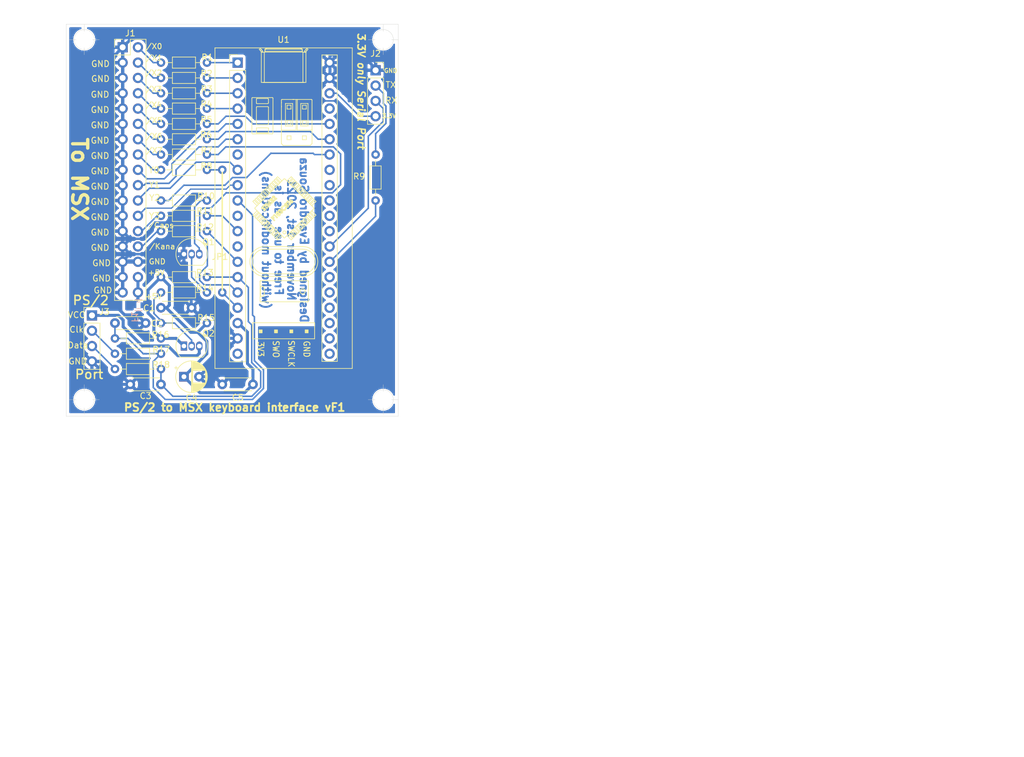
<source format=kicad_pcb>
(kicad_pcb (version 20171130) (host pcbnew 5.99.0+really5.1.12+dfsg1-1)
  (layers (0 F.Cu jumper hide) (31 B.Cu mixed) (34 B.Paste user) (35 F.Paste user hide) (36 B.SilkS user) (37 F.SilkS user) (38 B.Mask user) (39 F.Mask user hide) (44 Edge.Cuts user))
  (net 0 "")
  (net 1 GNDD)
  (net 2 +5VD)
  (net 3 /X0)
  (net 4 /X1)
  (net 5 /X2)
  (net 6 /X3)
  (net 7 /X4)
  (net 8 /X5)
  (net 9 /X6)
  (net 10 /X7)
  (net 11 /PS2DataPin)
  (net 12 /PS2ClkPin)
  (net 13 /+5V_PS2_Keyboard)
  (net 14 /3.3V_Serial_RX)
  (net 15 /3.3V_Serial_TX)
  (net 16 "Net-(Q1-Pad2)")
  (net 17 "Net-(Q2-Pad2)")
  (net 18 "Net-(U1-Pad20)")
  (net 19 "Net-(U1-Pad37)")
  (net 20 "Net-(U1-Pad13)")
  (net 21 "Net-(U1-Pad32)")
  (net 22 "Net-(U1-Pad31)")
  (net 23 "Net-(U1-Pad30)")
  (net 24 "Net-(U1-Pad29)")
  (net 25 "Net-(U1-Pad26)")
  (net 26 "Net-(U1-Pad25)")
  (net 27 "Net-(U1-Pad24)")
  (net 28 "Net-(U1-Pad23)")
  (net 29 "Net-(U1-Pad22)")
  (net 30 "Net-(U1-Pad21)")
  (net 31 /Y1)
  (net 32 /Y0)
  (net 33 /CapsLed)
  (net 34 /KanaLed)
  (net 35 /Y3)
  (net 36 /Y2)
  (net 37 /PS2Clk)
  (net 38 /PS2Data)
  (net 39 /KanaL)
  (net 40 /CapsL)
  (net 41 "Net-(U1-Pad11)")
  (net 42 /X6')
  (net 43 /X7')
  (net 44 "Net-(R9-Pad2)")
  (net 45 "Net-(R10-Pad2)")
  (net 46 "Net-(JP1-Pad1)")
  (net 47 /X0')
  (net 48 /X1')
  (net 49 /X2')
  (net 50 /X3')
  (net 51 /X4')
  (net 52 /X5')
  (net 53 "Net-(Q1-Pad3)")
  (net 54 +3V3)
  (net 55 "Net-(F1-Pad2)")
  (net 56 "Net-(U1-Pad7)")
  (net 57 "Net-(U1-Pad33)")
  (module Capacitor_THT:CP_Radial_D5.0mm_P2.50mm (layer F.Cu) (at 143.51 130.81)
    (fp_text reference C4 (at 1.27508 3.48742) (layer F.SilkS))
    (fp_text value "47uF x 10V")
    (pad 2 thru_hole circle (at 2.5 0) (size 1.6 1.6) (drill 0.8) (layers *.Cu *.Mask) (net 1 GNDD))
    (pad 1 thru_hole rect (at 0 0) (size 1.6 1.6) (drill 0.8) (layers *.Cu *.Mask) (net 2 +5VD))
  )
  (module BlueBlackPill:Fuse_1206_0603_3216Metric_Pad1.42x1.75mm_HandSolder (layer B.Cu) (at 135.97382 118.96598 180)
    (fp_text reference F1 (at 0.65786 -1.91516 270 unlocked) (layer B.SilkS) (effects (justify mirror)))
    (fp_text value "Poly Fuse 300mA SMD 0603 or 1206")
    (pad 2 smd rect (at 0.57404 -0.00254 180) (size 0.45 0.95) (layers B.Cu B.Paste B.Mask) (net 55 "Net-(F1-Pad2)"))
    (pad 1 smd rect (at -0.5715 -0.00254 180) (size 0.45 0.95) (layers B.Cu B.Paste B.Mask) (net 2 +5VD))
    (pad 2 smd roundrect (at 1.4875 0 180) (size 1.425 1.75) (layers B.Cu B.Paste B.Mask) (roundrect_rratio 0.1754385964912281) (net 55 "Net-(F1-Pad2)"))
    (pad 1 smd roundrect (at -1.4875 0 180) (size 1.425 1.75) (layers B.Cu B.Paste B.Mask) (roundrect_rratio 0.1754385964912281) (net 2 +5VD))
  )
  (module Resistor_THT:R_Axial_DIN0204_L3.6mm_D1.6mm_P7.62mm_Horizontal (layer F.Cu) (at 147.32 121.92 180)
    (fp_text reference R15 (at 0.14224 0.88646) (layer F.SilkS))
    (fp_text value 150K)
    (pad 2 thru_hole oval (at 7.62 0 180) (size 1.4 1.4) (drill 0.7) (layers *.Cu *.Mask) (net 17 "Net-(Q2-Pad2)"))
    (pad 1 thru_hole circle (at 0 0 180) (size 1.4 1.4) (drill 0.7) (layers *.Cu *.Mask) (net 2 +5VD))
  )
  (module Resistor_THT:R_Axial_DIN0204_L3.6mm_D1.6mm_P7.62mm_Horizontal (layer F.Cu) (at 139.7 116.84)
    (fp_text reference R14 (at 7.2771 -0.71628) (layer F.SilkS))
    (fp_text value 33K)
    (pad 2 thru_hole oval (at 7.62 0) (size 1.4 1.4) (drill 0.7) (layers *.Cu *.Mask) (net 16 "Net-(Q1-Pad2)"))
    (pad 1 thru_hole circle (at 0 0) (size 1.4 1.4) (drill 0.7) (layers *.Cu *.Mask) (net 17 "Net-(Q2-Pad2)"))
  )
  (module Connector_PinHeader_2.54mm:PinHeader_2x17_P2.54mm_Vertical (layer F.Cu) (at 133.35 76.2)
    (fp_text reference J1 (at 1.27 -2.33) (layer F.SilkS))
    (fp_text value Conn_02x17_Odd_Even)
    (pad 34 thru_hole oval (at 2.54 40.64) (size 1.7 1.7) (drill 1) (layers *.Cu *.Mask) (net 55 "Net-(F1-Pad2)"))
    (pad 33 thru_hole oval (at 0 40.64) (size 1.7 1.7) (drill 1) (layers *.Cu *.Mask) (net 1 GNDD))
    (pad 32 thru_hole oval (at 2.54 38.1) (size 1.7 1.7) (drill 1) (layers *.Cu *.Mask) (net 55 "Net-(F1-Pad2)"))
    (pad 31 thru_hole oval (at 0 38.1) (size 1.7 1.7) (drill 1) (layers *.Cu *.Mask) (net 1 GNDD))
    (pad 30 thru_hole oval (at 2.54 35.56) (size 1.7 1.7) (drill 1) (layers *.Cu *.Mask) (net 1 GNDD))
    (pad 29 thru_hole oval (at 0 35.56) (size 1.7 1.7) (drill 1) (layers *.Cu *.Mask) (net 1 GNDD))
    (pad 28 thru_hole oval (at 2.54 33.02) (size 1.7 1.7) (drill 1) (layers *.Cu *.Mask) (net 34 /KanaLed))
    (pad 27 thru_hole oval (at 0 33.02) (size 1.7 1.7) (drill 1) (layers *.Cu *.Mask) (net 1 GNDD))
    (pad 26 thru_hole oval (at 2.54 30.48) (size 1.7 1.7) (drill 1) (layers *.Cu *.Mask) (net 33 /CapsLed))
    (pad 25 thru_hole oval (at 0 30.48) (size 1.7 1.7) (drill 1) (layers *.Cu *.Mask) (net 1 GNDD))
    (pad 24 thru_hole oval (at 2.54 27.94) (size 1.7 1.7) (drill 1) (layers *.Cu *.Mask) (net 35 /Y3))
    (pad 23 thru_hole oval (at 0 27.94) (size 1.7 1.7) (drill 1) (layers *.Cu *.Mask) (net 1 GNDD))
    (pad 22 thru_hole oval (at 2.54 25.4) (size 1.7 1.7) (drill 1) (layers *.Cu *.Mask) (net 36 /Y2))
    (pad 21 thru_hole oval (at 0 25.4) (size 1.7 1.7) (drill 1) (layers *.Cu *.Mask) (net 1 GNDD))
    (pad 20 thru_hole oval (at 2.54 22.86) (size 1.7 1.7) (drill 1) (layers *.Cu *.Mask) (net 31 /Y1))
    (pad 19 thru_hole oval (at 0 22.86) (size 1.7 1.7) (drill 1) (layers *.Cu *.Mask) (net 1 GNDD))
    (pad 18 thru_hole oval (at 2.54 20.32) (size 1.7 1.7) (drill 1) (layers *.Cu *.Mask) (net 32 /Y0))
    (pad 17 thru_hole oval (at 0 20.32) (size 1.7 1.7) (drill 1) (layers *.Cu *.Mask) (net 1 GNDD))
    (pad 16 thru_hole oval (at 2.54 17.78) (size 1.7 1.7) (drill 1) (layers *.Cu *.Mask) (net 10 /X7))
    (pad 15 thru_hole oval (at 0 17.78) (size 1.7 1.7) (drill 1) (layers *.Cu *.Mask) (net 1 GNDD))
    (pad 14 thru_hole oval (at 2.54 15.24) (size 1.7 1.7) (drill 1) (layers *.Cu *.Mask) (net 9 /X6))
    (pad 13 thru_hole oval (at 0 15.24) (size 1.7 1.7) (drill 1) (layers *.Cu *.Mask) (net 1 GNDD))
    (pad 12 thru_hole oval (at 2.54 12.7) (size 1.7 1.7) (drill 1) (layers *.Cu *.Mask) (net 8 /X5))
    (pad 11 thru_hole oval (at 0 12.7) (size 1.7 1.7) (drill 1) (layers *.Cu *.Mask) (net 1 GNDD))
    (pad 10 thru_hole oval (at 2.54 10.16) (size 1.7 1.7) (drill 1) (layers *.Cu *.Mask) (net 7 /X4))
    (pad 9 thru_hole oval (at 0 10.16) (size 1.7 1.7) (drill 1) (layers *.Cu *.Mask) (net 1 GNDD))
    (pad 8 thru_hole oval (at 2.54 7.62) (size 1.7 1.7) (drill 1) (layers *.Cu *.Mask) (net 6 /X3))
    (pad 7 thru_hole oval (at 0 7.62) (size 1.7 1.7) (drill 1) (layers *.Cu *.Mask) (net 1 GNDD))
    (pad 6 thru_hole oval (at 2.54 5.08) (size 1.7 1.7) (drill 1) (layers *.Cu *.Mask) (net 5 /X2))
    (pad 5 thru_hole oval (at 0 5.08) (size 1.7 1.7) (drill 1) (layers *.Cu *.Mask) (net 1 GNDD))
    (pad 4 thru_hole oval (at 2.54 2.54) (size 1.7 1.7) (drill 1) (layers *.Cu *.Mask) (net 4 /X1))
    (pad 3 thru_hole oval (at 0 2.54) (size 1.7 1.7) (drill 1) (layers *.Cu *.Mask) (net 1 GNDD))
    (pad 2 thru_hole oval (at 2.54 0) (size 1.7 1.7) (drill 1) (layers *.Cu *.Mask) (net 3 /X0))
    (pad 1 thru_hole rect (at 0 0) (size 1.7 1.7) (drill 1) (layers *.Cu *.Mask) (net 1 GNDD))
  )
  (module BlueBlackPill:BluePill_1 (layer F.Cu) (at 152.4 78.74)
    (fp_text reference U1 (at 7.62 -3.81) (layer F.SilkS))
    (fp_text value "STM32F103C6T6 BluePill" hide)
    (fp_text user GND (at 11.43 47.498 270 unlocked) (layer F.SilkS) (effects (font (size 1 0.9))))
    (fp_text user SWCLK (at 8.89 48.26 270 unlocked) (layer F.SilkS) (effects (font (size 1 0.9))))
    (fp_text user SWO (at 6.35 47.498 270 unlocked) (layer F.SilkS) (effects (font (size 1 0.9))))
    (fp_text user 3V3 (at 3.81 47.498 270 unlocked) (layer F.SilkS) (effects (font (size 1 0.9))))
    (pad 20 thru_hole circle (at 0 48.26) (size 1.7 1.7) (drill 1) (layers *.Cu *.Mask) (net 18 "Net-(U1-Pad20)"))
    (pad 21 thru_hole circle (at 15.24 48.26) (size 1.7 1.7) (drill 1) (layers *.Cu *.Mask) (net 30 "Net-(U1-Pad21)"))
    (pad 19 thru_hole circle (at 0 45.72) (size 1.7 1.7) (drill 1) (layers *.Cu *.Mask) (net 1 GNDD))
    (pad 22 thru_hole circle (at 15.24 45.72) (size 1.7 1.7) (drill 1) (layers *.Cu *.Mask) (net 29 "Net-(U1-Pad22)"))
    (pad 18 thru_hole circle (at 0 43.18) (size 1.7 1.7) (drill 1) (layers *.Cu *.Mask) (net 2 +5VD))
    (pad 23 thru_hole circle (at 15.24 43.18) (size 1.7 1.7) (drill 1) (layers *.Cu *.Mask) (net 28 "Net-(U1-Pad23)"))
    (pad 17 thru_hole circle (at 0 40.64) (size 1.7 1.7) (drill 1) (layers *.Cu *.Mask) (net 43 /X7'))
    (pad 24 thru_hole circle (at 15.24 40.64) (size 1.7 1.7) (drill 1) (layers *.Cu *.Mask) (net 27 "Net-(U1-Pad24)"))
    (pad 16 thru_hole circle (at 0 38.1) (size 1.7 1.7) (drill 1) (layers *.Cu *.Mask) (net 42 /X6'))
    (pad 25 thru_hole circle (at 15.24 38.1) (size 1.7 1.7) (drill 1) (layers *.Cu *.Mask) (net 26 "Net-(U1-Pad25)"))
    (pad 15 thru_hole circle (at 0 35.56) (size 1.7 1.7) (drill 1) (layers *.Cu *.Mask) (net 38 /PS2Data))
    (pad 26 thru_hole circle (at 15.24 35.56) (size 1.7 1.7) (drill 1) (layers *.Cu *.Mask) (net 25 "Net-(U1-Pad26)"))
    (pad 14 thru_hole circle (at 0 33.02) (size 1.7 1.7) (drill 1) (layers *.Cu *.Mask) (net 39 /KanaL))
    (pad 27 thru_hole circle (at 15.24 33.02) (size 1.7 1.7) (drill 1) (layers *.Cu *.Mask) (net 44 "Net-(R9-Pad2)"))
    (pad 13 thru_hole circle (at 0 30.48) (size 1.7 1.7) (drill 1) (layers *.Cu *.Mask) (net 20 "Net-(U1-Pad13)"))
    (pad 28 thru_hole circle (at 15.24 30.48) (size 1.7 1.7) (drill 1) (layers *.Cu *.Mask) (net 14 /3.3V_Serial_RX))
    (pad 12 thru_hole circle (at 0 27.94) (size 1.7 1.7) (drill 1) (layers *.Cu *.Mask) (net 40 /CapsL))
    (pad 29 thru_hole circle (at 15.24 27.94) (size 1.7 1.7) (drill 1) (layers *.Cu *.Mask) (net 24 "Net-(U1-Pad29)"))
    (pad 11 thru_hole circle (at 0 25.4) (size 1.7 1.7) (drill 1) (layers *.Cu *.Mask) (net 41 "Net-(U1-Pad11)"))
    (pad 30 thru_hole circle (at 15.24 25.4) (size 1.7 1.7) (drill 1) (layers *.Cu *.Mask) (net 23 "Net-(U1-Pad30)"))
    (pad 10 thru_hole circle (at 0 22.86) (size 1.7 1.7) (drill 1) (layers *.Cu *.Mask) (net 37 /PS2Clk))
    (pad 31 thru_hole circle (at 15.24 22.86) (size 1.7 1.7) (drill 1) (layers *.Cu *.Mask) (net 22 "Net-(U1-Pad31)"))
    (pad 9 thru_hole circle (at 0 20.32) (size 1.7 1.7) (drill 1) (layers *.Cu *.Mask) (net 35 /Y3))
    (pad 32 thru_hole circle (at 15.24 20.32) (size 1.7 1.7) (drill 1) (layers *.Cu *.Mask) (net 21 "Net-(U1-Pad32)"))
    (pad 8 thru_hole circle (at 0 17.78) (size 1.7 1.7) (drill 1) (layers *.Cu *.Mask) (net 36 /Y2))
    (pad 33 thru_hole circle (at 15.24 17.78) (size 1.7 1.7) (drill 1) (layers *.Cu *.Mask) (net 57 "Net-(U1-Pad33)"))
    (pad 7 thru_hole circle (at 0 15.24) (size 1.7 1.7) (drill 1) (layers *.Cu *.Mask) (net 56 "Net-(U1-Pad7)"))
    (pad 34 thru_hole circle (at 15.24 15.24) (size 1.7 1.7) (drill 1) (layers *.Cu *.Mask) (net 45 "Net-(R10-Pad2)"))
    (pad 6 thru_hole circle (at 0 12.7) (size 1.7 1.7) (drill 1) (layers *.Cu *.Mask) (net 31 /Y1))
    (pad 35 thru_hole circle (at 15.24 12.7) (size 1.7 1.7) (drill 1) (layers *.Cu *.Mask) (net 52 /X5'))
    (pad 5 thru_hole circle (at 0 10.16) (size 1.7 1.7) (drill 1) (layers *.Cu *.Mask) (net 32 /Y0))
    (pad 36 thru_hole circle (at 15.24 10.16) (size 1.7 1.7) (drill 1) (layers *.Cu *.Mask) (net 51 /X4'))
    (pad 4 thru_hole circle (at 0 7.62) (size 1.7 1.7) (drill 1) (layers *.Cu *.Mask) (net 50 /X3'))
    (pad 37 thru_hole circle (at 15.24 7.62) (size 1.7 1.7) (drill 1) (layers *.Cu *.Mask) (net 19 "Net-(U1-Pad37)"))
    (pad 3 thru_hole circle (at 0 5.08) (size 1.7 1.7) (drill 1) (layers *.Cu *.Mask) (net 49 /X2'))
    (pad 38 thru_hole circle (at 15.24 5.08) (size 1.7 1.7) (drill 1) (layers *.Cu *.Mask) (net 54 +3V3))
    (pad 2 thru_hole circle (at 0 2.54) (size 1.7 1.7) (drill 1) (layers *.Cu *.Mask) (net 48 /X1'))
    (pad 39 thru_hole circle (at 15.24 2.54) (size 1.7 1.7) (drill 1) (layers *.Cu *.Mask) (net 1 GNDD))
    (pad 1 thru_hole rect (at 0 0) (size 1.7 1.7) (drill 1) (layers *.Cu *.Mask) (net 47 /X0'))
    (pad 40 thru_hole circle (at 15.24 0) (size 1.7 1.7) (drill 1) (layers *.Cu *.Mask) (net 1 GNDD))
  )
  (module Package_TO_SOT_THT:TO-92_Inline (layer F.Cu) (at 143.51 125.73)
    (fp_text reference Q2 (at 4.0767 -2.10312) (layer F.SilkS))
    (fp_text value 2N2907)
    (pad 1 thru_hole rect (at 0 0) (size 1.05 1.5) (drill 0.75) (layers *.Cu *.Mask) (net 2 +5VD))
    (pad 3 thru_hole oval (at 2.54 0) (size 1.05 1.5) (drill 0.75) (layers *.Cu *.Mask) (net 13 /+5V_PS2_Keyboard))
    (pad 2 thru_hole oval (at 1.27 0) (size 1.05 1.5) (drill 0.75) (layers *.Cu *.Mask) (net 17 "Net-(Q2-Pad2)"))
  )
  (module Package_TO_SOT_THT:TO-92_Inline (layer F.Cu) (at 143.51 110.49)
    (fp_text reference Q1 (at 4.0767 -2.01168) (layer F.SilkS))
    (fp_text value 2SC1815)
    (pad 1 thru_hole rect (at 0 0) (size 1.05 1.5) (drill 0.75) (layers *.Cu *.Mask) (net 1 GNDD))
    (pad 3 thru_hole oval (at 2.54 0) (size 1.05 1.5) (drill 0.75) (layers *.Cu *.Mask) (net 53 "Net-(Q1-Pad3)"))
    (pad 2 thru_hole oval (at 1.27 0) (size 1.05 1.5) (drill 0.75) (layers *.Cu *.Mask) (net 16 "Net-(Q1-Pad2)"))
  )
  (module Kicad:SolderWire-0.25sqmm_1x01_D0.65mm_OD1.7mm_Relief.kicad_SM2000 (layer F.Cu) (at 149.86 96.52)
    (fp_text reference JP1 (at -0.38354 14.4018) (layer F.SilkS))
    (fp_text value .01 hide)
    (pad 1 thru_hole circle (at 0 0) (size 1.4 1.4) (drill 0.7) (layers *.Cu *.Mask) (net 46 "Net-(JP1-Pad1)"))
    (pad 2 thru_hole circle (at 0 20.32) (size 1.4 1.4) (drill 0.7) (layers *.Cu *.Mask) (net 43 /X7'))
  )
  (module Connector_PinSocket_2.54mm:PinSocket_1x04_P2.54mm_Vertical (layer F.Cu) (at 175.26 80.01)
    (fp_text reference J2 (at 0 -2.77) (layer F.SilkS))
    (fp_text value Conn_01x04)
    (pad 4 thru_hole oval (at 0 7.62) (size 1.7 1.7) (drill 1) (layers *.Cu *.Mask) (net 54 +3V3))
    (pad 3 thru_hole oval (at 0 5.08) (size 1.7 1.7) (drill 1) (layers *.Cu *.Mask) (net 14 /3.3V_Serial_RX))
    (pad 2 thru_hole oval (at 0 2.54) (size 1.7 1.7) (drill 1) (layers *.Cu *.Mask) (net 15 /3.3V_Serial_TX))
    (pad 1 thru_hole rect (at 0 0) (size 1.7 1.7) (drill 1) (layers *.Cu *.Mask) (net 1 GNDD))
  )
  (module Capacitor_THT:C_Disc_D4.3mm_W1.9mm_P5.00mm (layer F.Cu) (at 139.7 119.38)
    (fp_text reference C1 (at -1.95834 0.0635) (layer F.SilkS))
    (fp_text value 100nF)
    (pad 2 thru_hole circle (at 5.08 0) (size 1.6 1.6) (drill 0.8) (layers *.Cu *.Mask) (net 1 GNDD))
    (pad 1 thru_hole circle (at 0 0) (size 1.6 1.6) (drill 0.8) (layers *.Cu *.Mask) (net 2 +5VD))
  )
  (module Capacitor_THT:C_Disc_D4.3mm_W1.9mm_P5.00mm (layer F.Cu) (at 154.94 132.08 180)
    (fp_text reference C5 (at 2.5 -2.2) (layer F.SilkS))
    (fp_text value 100nF)
    (pad 2 thru_hole circle (at 5.08 0 180) (size 1.6 1.6) (drill 0.8) (layers *.Cu *.Mask) (net 1 GNDD))
    (pad 1 thru_hole circle (at 0 0 180) (size 1.6 1.6) (drill 0.8) (layers *.Cu *.Mask) (net 2 +5VD))
  )
  (module Capacitor_THT:C_Disc_D4.3mm_W1.9mm_P5.00mm (layer F.Cu) (at 139.7 132.08 180)
    (fp_text reference C3 (at 2.54 -1.905) (layer F.SilkS))
    (fp_text value 220pF)
    (pad 2 thru_hole circle (at 5.08 0 180) (size 1.6 1.6) (drill 0.8) (layers *.Cu *.Mask) (net 1 GNDD))
    (pad 1 thru_hole circle (at 0 0 180) (size 1.6 1.6) (drill 0.8) (layers *.Cu *.Mask) (net 38 /PS2Data))
  )
  (module Capacitor_THT:C_Disc_D4.3mm_W1.9mm_P5.00mm (layer F.Cu) (at 132.08 121.92)
    (fp_text reference C2 (at 6.93928 0.06096) (layer F.SilkS))
    (fp_text value 220pF)
    (pad 2 thru_hole circle (at 5.08 0) (size 1.6 1.6) (drill 0.8) (layers *.Cu *.Mask) (net 1 GNDD))
    (pad 1 thru_hole circle (at 0 0) (size 1.6 1.6) (drill 0.8) (layers *.Cu *.Mask) (net 37 /PS2Clk))
  )
  (module Resistor_THT:R_Axial_DIN0204_L3.6mm_D1.6mm_P7.62mm_Horizontal (layer F.Cu) (at 139.7 96.52)
    (fp_text reference R8 (at 7.53364 -0.63246) (layer F.SilkS))
    (fp_text value 22R)
    (pad 2 thru_hole oval (at 7.62 0) (size 1.4 1.4) (drill 0.7) (layers *.Cu *.Mask) (net 46 "Net-(JP1-Pad1)"))
    (pad 1 thru_hole circle (at 0 0) (size 1.4 1.4) (drill 0.7) (layers *.Cu *.Mask) (net 10 /X7))
  )
  (module Resistor_THT:R_Axial_DIN0204_L3.6mm_D1.6mm_P7.62mm_Horizontal (layer F.Cu) (at 139.7 93.98)
    (fp_text reference R7 (at 7.57174 -0.69342) (layer F.SilkS))
    (fp_text value 22R)
    (pad 2 thru_hole oval (at 7.62 0) (size 1.4 1.4) (drill 0.7) (layers *.Cu *.Mask) (net 42 /X6'))
    (pad 1 thru_hole circle (at 0 0) (size 1.4 1.4) (drill 0.7) (layers *.Cu *.Mask) (net 9 /X6))
  )
  (module Resistor_THT:R_Axial_DIN0204_L3.6mm_D1.6mm_P7.62mm_Horizontal (layer F.Cu) (at 139.7 91.44)
    (fp_text reference R6 (at 7.4803 -0.73914) (layer F.SilkS))
    (fp_text value 22R)
    (pad 2 thru_hole oval (at 7.62 0) (size 1.4 1.4) (drill 0.7) (layers *.Cu *.Mask) (net 52 /X5'))
    (pad 1 thru_hole circle (at 0 0) (size 1.4 1.4) (drill 0.7) (layers *.Cu *.Mask) (net 8 /X5))
  )
  (module Resistor_THT:R_Axial_DIN0204_L3.6mm_D1.6mm_P7.62mm_Horizontal (layer F.Cu) (at 139.7 88.9)
    (fp_text reference R5 (at 7.54888 -0.71628) (layer F.SilkS))
    (fp_text value 22R)
    (pad 2 thru_hole oval (at 7.62 0) (size 1.4 1.4) (drill 0.7) (layers *.Cu *.Mask) (net 51 /X4'))
    (pad 1 thru_hole circle (at 0 0) (size 1.4 1.4) (drill 0.7) (layers *.Cu *.Mask) (net 7 /X4))
  )
  (module Resistor_THT:R_Axial_DIN0204_L3.6mm_D1.6mm_P7.62mm_Horizontal (layer F.Cu) (at 139.7 86.36)
    (fp_text reference R4 (at 7.54634 -0.72644) (layer F.SilkS))
    (fp_text value 22R)
    (pad 2 thru_hole oval (at 7.62 0) (size 1.4 1.4) (drill 0.7) (layers *.Cu *.Mask) (net 50 /X3'))
    (pad 1 thru_hole circle (at 0 0) (size 1.4 1.4) (drill 0.7) (layers *.Cu *.Mask) (net 6 /X3))
  )
  (module Resistor_THT:R_Axial_DIN0204_L3.6mm_D1.6mm_P7.62mm_Horizontal (layer F.Cu) (at 139.7 83.82)
    (fp_text reference R3 (at 7.58444 -0.69596) (layer F.SilkS))
    (fp_text value 22R)
    (pad 2 thru_hole oval (at 7.62 0) (size 1.4 1.4) (drill 0.7) (layers *.Cu *.Mask) (net 49 /X2'))
    (pad 1 thru_hole circle (at 0 0) (size 1.4 1.4) (drill 0.7) (layers *.Cu *.Mask) (net 5 /X2))
  )
  (module Resistor_THT:R_Axial_DIN0204_L3.6mm_D1.6mm_P7.62mm_Horizontal (layer F.Cu) (at 139.7 81.28)
    (fp_text reference R2 (at 7.5565 -0.73152) (layer F.SilkS))
    (fp_text value 22R)
    (pad 2 thru_hole oval (at 7.62 0) (size 1.4 1.4) (drill 0.7) (layers *.Cu *.Mask) (net 48 /X1'))
    (pad 1 thru_hole circle (at 0 0) (size 1.4 1.4) (drill 0.7) (layers *.Cu *.Mask) (net 4 /X1))
  )
  (module Resistor_THT:R_Axial_DIN0204_L3.6mm_D1.6mm_P7.62mm_Horizontal (layer F.Cu) (at 139.7 78.74)
    (fp_text reference R1 (at 7.68858 -0.87884) (layer F.SilkS))
    (fp_text value 22R)
    (pad 2 thru_hole oval (at 7.62 0) (size 1.4 1.4) (drill 0.7) (layers *.Cu *.Mask) (net 47 /X0'))
    (pad 1 thru_hole circle (at 0 0) (size 1.4 1.4) (drill 0.7) (layers *.Cu *.Mask) (net 3 /X0))
  )
  (module Resistor_THT:R_Axial_DIN0204_L3.6mm_D1.6mm_P7.62mm_Horizontal (layer F.Cu) (at 139.7 114.3)
    (fp_text reference R13 (at 7.2771 -0.74676) (layer F.SilkS))
    (fp_text value 10K)
    (pad 2 thru_hole oval (at 7.62 0) (size 1.4 1.4) (drill 0.7) (layers *.Cu *.Mask) (net 38 /PS2Data))
    (pad 1 thru_hole circle (at 0 0) (size 1.4 1.4) (drill 0.7) (layers *.Cu *.Mask) (net 2 +5VD))
  )
  (module Resistor_THT:R_Axial_DIN0204_L3.6mm_D1.6mm_P7.62mm_Horizontal (layer F.Cu) (at 147.32 106.68 180)
    (fp_text reference R12 (at 0.3048 0.65786) (layer F.SilkS))
    (fp_text value 10K)
    (pad 2 thru_hole oval (at 7.62 0 180) (size 1.4 1.4) (drill 0.7) (layers *.Cu *.Mask) (net 34 /KanaLed))
    (pad 1 thru_hole circle (at 0 0 180) (size 1.4 1.4) (drill 0.7) (layers *.Cu *.Mask) (net 39 /KanaL))
  )
  (module Resistor_THT:R_Axial_DIN0204_L3.6mm_D1.6mm_P7.62mm_Horizontal (layer F.Cu) (at 175.26 93.98 270)
    (fp_text reference R9 (at 3.6195 2.7305) (layer F.SilkS))
    (fp_text value 22R)
    (pad 2 thru_hole oval (at 7.62 0 270) (size 1.4 1.4) (drill 0.7) (layers *.Cu *.Mask) (net 44 "Net-(R9-Pad2)"))
    (pad 1 thru_hole circle (at 0 0 270) (size 1.4 1.4) (drill 0.7) (layers *.Cu *.Mask) (net 15 /3.3V_Serial_TX))
  )
  (module Resistor_THT:R_Axial_DIN0204_L3.6mm_D1.6mm_P7.62mm_Horizontal (layer F.Cu) (at 147.32 104.14 180)
    (fp_text reference R11 (at 0.26416 0.80518) (layer F.SilkS))
    (fp_text value 10K)
    (pad 2 thru_hole oval (at 7.62 0 180) (size 1.4 1.4) (drill 0.7) (layers *.Cu *.Mask) (net 33 /CapsLed))
    (pad 1 thru_hole circle (at 0 0 180) (size 1.4 1.4) (drill 0.7) (layers *.Cu *.Mask) (net 40 /CapsL))
  )
  (module Resistor_THT:R_Axial_DIN0204_L3.6mm_D1.6mm_P7.62mm_Horizontal (layer F.Cu) (at 139.7 124.46 180)
    (fp_text reference R16 (at 0.05842 0.61468) (layer F.SilkS))
    (fp_text value 10K)
    (pad 2 thru_hole oval (at 7.62 0 180) (size 1.4 1.4) (drill 0.7) (layers *.Cu *.Mask) (net 37 /PS2Clk))
    (pad 1 thru_hole circle (at 0 0 180) (size 1.4 1.4) (drill 0.7) (layers *.Cu *.Mask) (net 2 +5VD))
  )
  (module Resistor_THT:R_Axial_DIN0204_L3.6mm_D1.6mm_P7.62mm_Horizontal (layer F.Cu) (at 147.32 101.6 180)
    (fp_text reference R10 (at 0.1524 0.7366) (layer F.SilkS))
    (fp_text value 33K)
    (pad 2 thru_hole oval (at 7.62 0 180) (size 1.4 1.4) (drill 0.7) (layers *.Cu *.Mask) (net 45 "Net-(R10-Pad2)"))
    (pad 1 thru_hole circle (at 0 0 180) (size 1.4 1.4) (drill 0.7) (layers *.Cu *.Mask) (net 53 "Net-(Q1-Pad3)"))
  )
  (module Resistor_THT:R_Axial_DIN0204_L3.6mm_D1.6mm_P7.62mm_Horizontal (layer F.Cu) (at 139.7 127 180)
    (fp_text reference R17 (at -0.05588 0.70612) (layer F.SilkS))
    (fp_text value 22R)
    (pad 2 thru_hole oval (at 7.62 0 180) (size 1.4 1.4) (drill 0.7) (layers *.Cu *.Mask) (net 12 /PS2ClkPin))
    (pad 1 thru_hole circle (at 0 0 180) (size 1.4 1.4) (drill 0.7) (layers *.Cu *.Mask) (net 37 /PS2Clk))
  )
  (module Resistor_THT:R_Axial_DIN0204_L3.6mm_D1.6mm_P7.62mm_Horizontal (layer F.Cu) (at 139.7 129.54 180)
    (fp_text reference R18 (at -0.03048 0.71882) (layer F.SilkS))
    (fp_text value 22R)
    (pad 2 thru_hole oval (at 7.62 0 180) (size 1.4 1.4) (drill 0.7) (layers *.Cu *.Mask) (net 11 /PS2DataPin))
    (pad 1 thru_hole circle (at 0 0 180) (size 1.4 1.4) (drill 0.7) (layers *.Cu *.Mask) (net 38 /PS2Data))
  )
  (module Connector_PinHeader_2.54mm:PinHeader_1x04_P2.54mm_Vertical (layer F.Cu) (at 128.27 120.65)
    (fp_text reference J3 (at 2.05486 -0.60198) (layer F.SilkS))
    (fp_text value Conn_01x04 hide)
    (pad 4 thru_hole oval (at 0 7.62) (size 1.7 1.7) (drill 1) (layers *.Cu *.Mask) (net 1 GNDD))
    (pad 3 thru_hole oval (at 0 5.08) (size 1.7 1.7) (drill 1) (layers *.Cu *.Mask) (net 11 /PS2DataPin))
    (pad 2 thru_hole oval (at 0 2.54) (size 1.7 1.7) (drill 1) (layers *.Cu *.Mask) (net 12 /PS2ClkPin))
    (pad 1 thru_hole rect (at 0 0) (size 1.7 1.7) (drill 1) (layers *.Cu *.Mask) (net 13 /+5V_PS2_Keyboard))
  )
  (module MountingHole:MountingHole_2.7mm_M2.5_DIN965 (layer F.Cu) (at 127 134.62)
    (fp_text reference REF** hide)
    (fp_text value MountingHole_2.7mm_M2.5_DIN965)
    (pad 1 np_thru_hole circle (at 0 0) (size 2.7 2.7) (drill 2.7) (layers *.Cu *.Mask))
  )
  (module MountingHole:MountingHole_2.7mm_M2.5_DIN965 (layer F.Cu) (at 176.53 134.62)
    (fp_text reference REF** hide)
    (fp_text value MountingHole_2.7mm_M2.5_DIN965)
    (pad 1 np_thru_hole circle (at 0 0) (size 2.7 2.7) (drill 2.7) (layers *.Cu *.Mask))
  )
  (module MountingHole:MountingHole_2.7mm_M2.5_DIN965 (layer F.Cu) (at 176.53 74.93)
    (fp_text reference REF** hide)
    (fp_text value MountingHole_2.7mm_M2.5_DIN965)
    (pad 1 np_thru_hole circle (at 0 0) (size 2.7 2.7) (drill 2.7) (layers *.Cu *.Mask))
  )
  (module MountingHole:MountingHole_2.7mm_M2.5_DIN965 (layer F.Cu) (at 127 74.93)
    (fp_text reference REF** hide)
    (fp_text value MountingHole_2.7mm_M2.5_DIN965)
    (pad 1 np_thru_hole circle (at 0 0) (size 2.7 2.7) (drill 2.7) (layers *.Cu *.Mask))
  )
  (gr_text Port (at 127.80264 130.42138) (layer F.SilkS) (effects (font (size 1.5 1.5) (thickness 0.25))))
  (gr_text +5V (at 138.4681 117.49532) (layer F.SilkS) (effects (font (size 0.9 0.9))))
  (gr_text Y0 (at 138.54176 96.5581) (layer F.SilkS) (effects (font (size 1 1))))
  (gr_text Y1 (at 138.6205 99.0092) (layer F.SilkS) (effects (font (size 1 1))))
  (gr_text Y2 (at 138.6586 101.14534) (layer F.SilkS) (effects (font (size 1 1))))
  (gr_text 3.3V (at 177.50282 87.58682) (layer F.SilkS) (effects (font (size 0.7 0.7))))
  (target plus (at 127 134.62) (size 5) (width 0.05) (layer Edge.Cuts))
  (target plus (at 127 74.93) (size 5) (width 0.05) (layer Edge.Cuts))
  (target plus (at 176.53 74.93) (size 5) (width 0.05) (layer Edge.Cuts))
  (gr_text +5V (at 138.93546 113.55832) (layer F.SilkS) (effects (font (size 0.9 0.9))))
  (target plus (at 176.53 134.62) (size 5) (width 0.05) (layer Edge.Cuts))
  (gr_line (start 179 137.365) (end 179 72.365) (layer Edge.Cuts) (width 0.05))
  (gr_line (start 124 137.365) (end 179 137.365) (layer Edge.Cuts) (width 0.05))
  (gr_line (start 123.99772 72.3646) (end 123.99772 137.3646) (layer Edge.Cuts) (width 0.05))
  (gr_line (start 179 72.365) (end 124 72.365) (layer Edge.Cuts) (width 0.05))
  (gr_text "PS/2 to MSX keyboard interface vF1" (at 151.90724 135.89762) (layer F.SilkS) (effects (font (size 1.3 1.3) (thickness 0.3))))
  (gr_text "Designed by Evandro Souza\nNovember 1st, 2021\nFree to use  as is\n(without modifications)" (at 160.28162 108.13034 -90) (layer B.Cu) (effects (font (size 1.3 1.3) (thickness 0.3)) (justify mirror)))
  (gr_text "3.3V only Serial Port" (at 172.8851 83.4898 -90) (layer F.SilkS) (effects (font (size 1.2 1.2) (thickness 0.25) italic)))
  (gr_text RX (at 177.84826 85.00618) (layer F.SilkS) (effects (font (size 1 1))))
  (gr_text TX (at 177.77206 82.42554) (layer F.SilkS) (effects (font (size 1 1))))
  (gr_text GND (at 177.75174 80.07604) (layer F.SilkS) (effects (font (size 0.7 0.7))))
  (gr_text PS/2 (at 128.07442 118.15318) (layer F.SilkS) (effects (font (size 1.5 1.5) (thickness 0.25))))
  (gr_text GND (at 125.90526 128.25476) (layer F.SilkS) (effects (font (size 1 1))))
  (gr_text Data (at 125.9586 125.59284) (layer F.SilkS) (effects (font (size 1 1))))
  (gr_text Clk (at 125.71222 122.98426) (layer F.SilkS) (effects (font (size 1 1))))
  (gr_text VCC (at 125.71222 120.56872) (layer F.SilkS) (effects (font (size 1 1))))
  (gr_text "To MSX" (at 126.19482 98.08972 -90) (layer F.SilkS) (effects (font (size 2.5 2.5) (thickness 0.55))))
  (gr_text GND (at 130.07848 116.48694) (layer F.SilkS) (effects (font (size 1 1))))
  (gr_text GND (at 129.86004 114.50828) (layer F.SilkS) (effects (font (size 1 1))))
  (gr_text GND (at 129.86004 111.96828) (layer F.SilkS) (effects (font (size 1 1))))
  (gr_text GND (at 129.60604 109.42828) (layer F.SilkS) (effects (font (size 1 1))))
  (gr_text GND (at 129.60604 106.88828) (layer F.SilkS) (effects (font (size 1 1))))
  (gr_text GND (at 129.60604 104.34828) (layer F.SilkS) (effects (font (size 1 1))))
  (gr_text GND (at 129.60604 101.80828) (layer F.SilkS) (effects (font (size 1 1))))
  (gr_text GND (at 129.60604 99.26828) (layer F.SilkS) (effects (font (size 1 1))))
  (gr_text GND (at 129.60604 96.72828) (layer F.SilkS) (effects (font (size 1 1))))
  (gr_text GND (at 129.60604 94.18828) (layer F.SilkS) (effects (font (size 1 1))))
  (gr_text GND (at 129.60604 91.64828) (layer F.SilkS) (effects (font (size 1 1))))
  (gr_text GND (at 129.60604 89.10828) (layer F.SilkS) (effects (font (size 1 1))))
  (gr_text GND (at 129.60604 86.56828) (layer F.SilkS) (effects (font (size 1 1))))
  (gr_text GND (at 129.60604 84.02828) (layer F.SilkS) (effects (font (size 1 1))))
  (gr_text GND (at 129.66954 81.42478) (layer F.SilkS) (effects (font (size 1 1))))
  (gr_text GND (at 129.66954 78.94828) (layer F.SilkS) (effects (font (size 1 1))))
  (gr_text Y3 (at 138.6205 104.15016) (layer F.SilkS) (effects (font (size 1 1))))
  (gr_text /Caps (at 137.53084 105.72242) (layer F.SilkS) (effects (font (size 0.9 0.9)) (justify left)))
  (gr_text /Kana (at 137.668 109.22254) (layer F.SilkS) (effects (font (size 0.9 0.9)) (justify left)))
  (gr_text /X7 (at 138.62304 93.29928) (layer F.SilkS) (effects (font (size 0.9 0.9))))
  (gr_text /X6 (at 138.59002 90.95994) (layer F.SilkS) (effects (font (size 0.9 0.9))))
  (gr_text /X5 (at 138.59002 88.32596) (layer F.SilkS) (effects (font (size 0.9 0.9))))
  (gr_text /X4 (at 138.52906 85.76056) (layer F.SilkS) (effects (font (size 0.9 0.9))))
  (gr_text /X3 (at 138.52906 83.15452) (layer F.SilkS) (effects (font (size 0.9 0.9))))
  (gr_text /X2 (at 138.52906 80.43672) (layer F.SilkS) (effects (font (size 0.9 0.9))))
  (gr_text /X1 (at 138.58494 77.95768) (layer F.SilkS) (effects (font (size 0.9 0.9))))
  (gr_text "/X0\n" (at 138.56462 76.05014) (layer F.SilkS) (effects (font (size 0.9 0.9))))
  (gr_text GND (at 139.08278 111.7219) (layer F.SilkS) (effects (font (size 0.9 0.9))))
  (segment (start 133.29158 111.74222) (end 134.56158 110.47222) (width 0.5) (layer B.Cu) (net 1))
  (segment (start 127.0635 119.38) (end 127.6985 118.745) (width 0.5) (layer B.Cu) (net 1))
  (segment (start 127.6985 88.9) (end 127.6985 83.82) (width 0.5) (layer B.Cu) (net 1))
  (segment (start 127.6985 99.06) (end 127.6985 88.9) (width 0.5) (layer B.Cu) (net 1))
  (segment (start 127.6985 104.14) (end 127.6985 99.06) (width 0.5) (layer B.Cu) (net 1))
  (segment (start 127.6985 109.22) (end 127.6985 104.14) (width 0.5) (layer B.Cu) (net 1))
  (segment (start 127.6985 118.745) (end 127.6985 114.3) (width 0.5) (layer B.Cu) (net 1))
  (segment (start 127.6985 114.3) (end 127.6985 109.22) (width 0.5) (layer B.Cu) (net 1))
  (segment (start 170.8785 83.82) (end 170.8785 85.09) (width 0.5) (layer B.Cu) (net 1))
  (segment (start 176.5935 125.73) (end 176.5935 104.14) (width 0.5) (layer B.Cu) (net 1))
  (segment (start 176.5935 104.14) (end 175.3235 105.41) (width 0.5) (layer B.Cu) (net 1))
  (segment (start 174.0535 106.68) (end 174.0535 128.27) (width 0.5) (layer B.Cu) (net 1))
  (segment (start 174.0535 128.27) (end 176.5935 125.73) (width 0.5) (layer B.Cu) (net 1))
  (segment (start 175.3235 105.41) (end 174.0535 106.68) (width 0.5) (layer B.Cu) (net 1))
  (segment (start 172.7835 107.95) (end 172.7835 129.54) (width 0.5) (layer B.Cu) (net 1))
  (segment (start 172.7835 129.54) (end 174.0535 128.27) (width 0.5) (layer B.Cu) (net 1))
  (segment (start 174.0535 106.68) (end 172.7835 107.95) (width 0.5) (layer B.Cu) (net 1))
  (segment (start 171.5135 130.81) (end 172.7835 129.54) (width 0.5) (layer B.Cu) (net 1))
  (segment (start 172.7835 107.95) (end 171.5135 109.22) (width 0.5) (layer B.Cu) (net 1))
  (segment (start 171.5135 109.22) (end 171.5135 128.905) (width 0.5) (layer B.Cu) (net 1))
  (segment (start 171.5135 130.175) (end 171.5135 130.81) (width 0.5) (layer B.Cu) (net 1))
  (segment (start 171.5135 128.905) (end 171.5135 130.175) (width 0.5) (layer B.Cu) (net 1))
  (segment (start 170.561 131.7625) (end 171.5135 130.81) (width 0.5) (layer B.Cu) (net 1))
  (segment (start 169.291 133.0325) (end 170.561 131.7625) (width 0.5) (layer B.Cu) (net 1))
  (segment (start 168.3385 133.985) (end 169.291 133.0325) (width 0.5) (layer B.Cu) (net 1))
  (segment (start 127.6985 114.3) (end 127.0635 114.3) (width 0.5) (layer B.Cu) (net 1))
  (segment (start 127.0635 119.38) (end 127.0635 114.3) (width 0.5) (layer B.Cu) (net 1))
  (segment (start 127.6985 109.22) (end 127.0635 109.22) (width 0.5) (layer B.Cu) (net 1))
  (segment (start 127.0635 114.3) (end 127.0635 109.22) (width 0.5) (layer B.Cu) (net 1))
  (segment (start 127.6985 104.14) (end 127.0635 104.14) (width 0.5) (layer B.Cu) (net 1))
  (segment (start 127.0635 109.22) (end 127.0635 104.14) (width 0.5) (layer B.Cu) (net 1))
  (segment (start 127.6985 99.06) (end 127.0635 99.06) (width 0.5) (layer B.Cu) (net 1))
  (segment (start 127.0635 104.14) (end 127.0635 99.06) (width 0.5) (layer B.Cu) (net 1))
  (segment (start 127.0635 99.06) (end 127.0635 93.98) (width 0.5) (layer B.Cu) (net 1))
  (segment (start 127.0635 93.98) (end 127.0635 88.9) (width 0.5) (layer B.Cu) (net 1))
  (segment (start 127.6985 88.9) (end 127.0635 88.9) (width 0.5) (layer B.Cu) (net 1))
  (segment (start 150.5585 129.032) (end 150.5585 128.397) (width 0.5) (layer B.Cu) (net 1))
  (segment (start 175.3235 105.41) (end 175.3235 126.746) (width 0.5) (layer B.Cu) (net 1))
  (segment (start 171.5135 109.22) (end 170.4975 110.236) (width 0.5) (layer B.Cu) (net 1))
  (segment (start 166.9415 135.382) (end 168.3385 133.985) (width 0.5) (layer B.Cu) (net 1))
  (segment (start 171.7675 80.01) (end 171.8945 80.137) (width 0.5) (layer B.Cu) (net 1))
  (segment (start 173.0121 77.47) (end 168.9735 77.47) (width 0.5) (layer B.Cu) (net 1))
  (segment (start 171.8945 80.137) (end 171.8945 76.3778) (width 0.5) (layer B.Cu) (net 1))
  (segment (start 171.7567 76.24) (end 171.7675 76.2508) (width 0.5) (layer B.Cu) (net 1))
  (segment (start 167.894 76.5175) (end 171.9872 76.5175) (width 0.5) (layer B.Cu) (net 1))
  (segment (start 171.8945 81.153) (end 171.8945 80.137) (width 0.5) (layer B.Cu) (net 1))
  (segment (start 134.60476 110.49254) (end 133.33476 109.22254) (width 0.5) (layer B.Cu) (net 1))
  (segment (start 167.7035 81.28) (end 167.7035 77.47) (width 0.5) (layer B.Cu) (net 1))
  (segment (start 168.9735 77.47) (end 167.7035 77.47) (width 0.5) (layer B.Cu) (net 1))
  (segment (start 166.8145 135.382) (end 158.1404 135.382) (width 0.5) (layer B.Cu) (net 1))
  (segment (start 159.2072 134.366) (end 167.8305 134.366) (width 0.5) (layer B.Cu) (net 1))
  (segment (start 160.3248 133.35) (end 168.9735 133.35) (width 0.5) (layer B.Cu) (net 1))
  (segment (start 160.274 133.2992) (end 160.3248 133.35) (width 0.5) (layer B.Cu) (net 1))
  (segment (start 161.3154 132.207) (end 170.1165 132.207) (width 0.5) (layer B.Cu) (net 1))
  (segment (start 161.29 132.2324) (end 161.3154 132.207) (width 0.5) (layer B.Cu) (net 1))
  (segment (start 162.3568 131.191) (end 171.0055 131.191) (width 0.5) (layer B.Cu) (net 1))
  (segment (start 163.322 130.2004) (end 163.3474 130.175) (width 0.5) (layer B.Cu) (net 1))
  (segment (start 170.8785 78.74) (end 170.8785 83.82) (width 0.5) (layer B.Cu) (net 1))
  (segment (start 169.799 81.28) (end 167.7035 81.28) (width 0.5) (layer B.Cu) (net 1))
  (segment (start 169.8625 81.2165) (end 169.799 81.28) (width 0.5) (layer B.Cu) (net 1))
  (segment (start 169.8625 80.01) (end 169.8625 81.2165) (width 0.5) (layer B.Cu) (net 1))
  (segment (start 163.972492 75.62499) (end 138.17249 75.62499) (width 0.5) (layer B.Cu) (net 1))
  (segment (start 151.8285 74.295) (end 151.892 74.295) (width 0.5) (layer B.Cu) (net 1))
  (segment (start 168.8935 77.47) (end 168.9735 77.47) (width 0.5) (layer B.Cu) (net 1))
  (segment (start 165.735 74.295) (end 165.735 74.3115) (width 0.5) (layer B.Cu) (net 1))
  (segment (start 165.735 74.3115) (end 168.8935 77.47) (width 0.5) (layer B.Cu) (net 1))
  (segment (start 163.9824 129.54) (end 171.5135 129.54) (width 0.5) (layer B.Cu) (net 1))
  (segment (start 164.0332 129.54) (end 163.9824 129.54) (width 0.5) (layer B.Cu) (net 1))
  (segment (start 157.1244 136.398) (end 156.3624 136.398) (width 0.5) (layer B.Cu) (net 1))
  (segment (start 163.9824 129.54) (end 157.1244 136.398) (width 0.5) (layer B.Cu) (net 1))
  (segment (start 170.2435 110.49) (end 170.2435 129.4892) (width 0.5) (layer B.Cu) (net 1))
  (segment (start 170.3705 110.363) (end 170.2435 110.49) (width 0.5) (layer B.Cu) (net 1))
  (segment (start 144.653 119.427) (end 144.653 119.888) (width 0.5) (layer B.Cu) (net 1))
  (segment (start 145.6652 120.3452) (end 144.7 119.38) (width 0.5) (layer B.Cu) (net 1))
  (segment (start 148.082 120.3452) (end 145.6652 120.3452) (width 0.5) (layer B.Cu) (net 1))
  (segment (start 150.5585 122.8217) (end 148.082 120.3452) (width 0.5) (layer B.Cu) (net 1))
  (segment (start 150.5585 127) (end 150.5585 122.8217) (width 0.5) (layer B.Cu) (net 1))
  (segment (start 135.28548 107.95) (end 136.55548 107.95) (width 0.4) (layer B.Cu) (net 1))
  (segment (start 134.60476 107.97794) (end 133.33476 106.70794) (width 0.5) (layer B.Cu) (net 1))
  (segment (start 133.33476 109.22254) (end 134.60476 107.95254) (width 0.5) (layer B.Cu) (net 1))
  (segment (start 141.01826 113.0681) (end 142.09776 114.1476) (width 0.5) (layer B.Cu) (net 1))
  (segment (start 144.7 117.827186) (end 144.7 119.38) (width 0.5) (layer B.Cu) (net 1))
  (segment (start 142.10284 114.15522) (end 142.10284 115.230026) (width 0.5) (layer B.Cu) (net 1))
  (segment (start 142.10284 115.230026) (end 144.7 117.827186) (width 0.5) (layer B.Cu) (net 1))
  (segment (start 169.7863 74.295) (end 169.8117 74.3204) (width 0.5) (layer B.Cu) (net 1))
  (segment (start 134.112 74.295) (end 169.7863 74.295) (width 0.5) (layer B.Cu) (net 1))
  (segment (start 175.26 79.7179) (end 175.26 80.01) (width 0.5) (layer B.Cu) (net 1))
  (segment (start 169.799 74.295) (end 169.8371 74.295) (width 0.5) (layer B.Cu) (net 1))
  (segment (start 169.8371 74.295) (end 175.26 79.7179) (width 0.5) (layer B.Cu) (net 1))
  (segment (start 167.7035 78.74) (end 173.99 78.74) (width 0.5) (layer B.Cu) (net 1))
  (segment (start 173.4185 86.11362) (end 173.4185 78.74) (width 0.5) (layer B.Cu) (net 1))
  (segment (start 173.42612 86.12124) (end 173.4185 86.11362) (width 0.5) (layer B.Cu) (net 1))
  (segment (start 169.8625 78.74) (end 169.8625 83.82) (width 0.5) (layer B.Cu) (net 1))
  (segment (start 133.9977 75.56754) (end 127.9779 81.58734) (width 0.5) (layer B.Cu) (net 1))
  (segment (start 134.01294 75.56754) (end 133.9977 75.56754) (width 0.5) (layer B.Cu) (net 1))
  (segment (start 127.6985 116.84) (end 127.6985 83.85556) (width 0.5) (layer B.Cu) (net 1))
  (segment (start 166.95928 85.08746) (end 168.6941 85.08746) (width 0.25) (layer B.Cu) (net 1))
  (segment (start 167.7035 81.28) (end 166.18712 82.79638) (width 0.25) (layer B.Cu) (net 1))
  (segment (start 168.6941 85.08746) (end 168.72712 85.05444) (width 0.25) (layer B.Cu) (net 1))
  (segment (start 166.18712 84.3153) (end 166.95928 85.08746) (width 0.25) (layer B.Cu) (net 1))
  (segment (start 166.18712 82.79638) (end 166.18712 84.3153) (width 0.25) (layer B.Cu) (net 1))
  (segment (start 150.55088 124.43968) (end 152.46858 124.43968) (width 0.5) (layer B.Cu) (net 1))
  (segment (start 136.70788 110.49254) (end 136.71042 110.49508) (width 0.4) (layer B.Cu) (net 1))
  (segment (start 135.23976 110.49254) (end 136.70788 110.49254) (width 0.4) (layer B.Cu) (net 1))
  (segment (start 127.87884 107.95254) (end 127.87122 107.96016) (width 0.7) (layer B.Cu) (net 1))
  (segment (start 135.23976 107.95254) (end 127.87884 107.95254) (width 0.7) (layer B.Cu) (net 1))
  (segment (start 127.84836 110.49254) (end 127.84328 110.48746) (width 0.7) (layer B.Cu) (net 1))
  (segment (start 135.23976 110.49254) (end 127.84836 110.49254) (width 0.7) (layer B.Cu) (net 1))
  (segment (start 133.3246 111.7854) (end 133.3246 116.9162) (width 0.5) (layer B.Cu) (net 1))
  (segment (start 133.35 111.76) (end 133.3246 111.7854) (width 0.5) (layer B.Cu) (net 1))
  (segment (start 133.35 114.3) (end 127.6985 114.3) (width 0.5) (layer B.Cu) (net 1))
  (segment (start 133.39826 101.55682) (end 127.74676 101.55682) (width 0.5) (layer B.Cu) (net 1))
  (segment (start 133.39826 96.45904) (end 127.74676 96.45904) (width 0.5) (layer B.Cu) (net 1))
  (segment (start 133.35 99.06) (end 127.6985 99.06) (width 0.5) (layer B.Cu) (net 1))
  (segment (start 133.35 93.98) (end 127.0635 93.98) (width 0.5) (layer B.Cu) (net 1))
  (segment (start 133.35 88.9) (end 127.6985 88.9) (width 0.5) (layer B.Cu) (net 1))
  (segment (start 133.35 83.82) (end 127.6985 83.82) (width 0.5) (layer B.Cu) (net 1))
  (segment (start 135.88746 111.71936) (end 137.99312 111.71936) (width 0.7) (layer B.Cu) (net 1))
  (segment (start 136.50468 107.94492) (end 136.722918 107.94492) (width 0.7) (layer B.Cu) (net 1))
  (segment (start 136.50214 107.94238) (end 136.50468 107.94492) (width 0.7) (layer B.Cu) (net 1))
  (segment (start 129.6035 116.84) (end 133.35 116.84) (width 0.5) (layer B.Cu) (net 1))
  (segment (start 127.6985 118.745) (end 129.6035 116.84) (width 0.5) (layer B.Cu) (net 1))
  (segment (start 127.9525 118.41988) (end 127.89662 118.47576) (width 0.5) (layer B.Cu) (net 1))
  (segment (start 127.9525 81.60258) (end 127.9525 118.41988) (width 0.5) (layer B.Cu) (net 1))
  (segment (start 127.95758 81.5975) (end 127.9525 81.60258) (width 0.5) (layer B.Cu) (net 1))
  (segment (start 133.31444 91.4781) (end 127.02794 91.4781) (width 0.5) (layer B.Cu) (net 1))
  (segment (start 133.31444 86.38794) (end 127.02794 86.38794) (width 0.5) (layer B.Cu) (net 1))
  (segment (start 133.26872 81.20634) (end 126.98222 81.20634) (width 0.5) (layer B.Cu) (net 1))
  (segment (start 133.31444 78.78064) (end 127.02794 78.78064) (width 0.5) (layer B.Cu) (net 1))
  (segment (start 127.6985 79.49692) (end 127.6985 83.82) (width 0.5) (layer B.Cu) (net 1))
  (segment (start 127.0635 78.86192) (end 127.6985 79.49692) (width 0.5) (layer B.Cu) (net 1))
  (segment (start 127.0635 88.9) (end 127.0635 78.86192) (width 0.5) (layer B.Cu) (net 1))
  (segment (start 171.1071 75.565) (end 171.1325 75.5904) (width 0.5) (layer B.Cu) (net 1))
  (segment (start 137.56386 75.565) (end 171.1071 75.565) (width 0.5) (layer B.Cu) (net 1))
  (segment (start 136.7155 74.71664) (end 137.56386 75.565) (width 0.5) (layer B.Cu) (net 1))
  (segment (start 134.8359 74.71664) (end 136.7155 74.71664) (width 0.5) (layer B.Cu) (net 1))
  (segment (start 133.985 75.56754) (end 134.8359 74.71664) (width 0.5) (layer B.Cu) (net 1))
  (segment (start 134.62 132.08) (end 138.43 135.89) (width 0.5) (layer B.Cu) (net 1))
  (segment (start 165.862 136.398) (end 166.878 135.382) (width 0.5) (layer B.Cu) (net 1))
  (segment (start 138.938 136.398) (end 165.862 136.398) (width 0.5) (layer B.Cu) (net 1))
  (segment (start 138.43 135.89) (end 138.938 136.398) (width 0.5) (layer B.Cu) (net 1))
  (segment (start 130.81 116.84) (end 130.81 78.74) (width 0.5) (layer B.Cu) (net 1))
  (segment (start 135.030843 121.92) (end 130.81 117.699157) (width 0.5) (layer B.Cu) (net 1))
  (segment (start 130.81 117.699157) (end 130.81 116.84) (width 0.5) (layer B.Cu) (net 1))
  (segment (start 137.16 121.92) (end 135.030843 121.92) (width 0.5) (layer B.Cu) (net 1))
  (segment (start 132.08 132.08) (end 134.62 132.08) (width 0.5) (layer B.Cu) (net 1))
  (segment (start 128.27 128.27) (end 132.08 132.08) (width 0.5) (layer B.Cu) (net 1))
  (segment (start 127.0635 119.36222) (end 127.0635 119.38) (width 0.5) (layer B.Cu) (net 1))
  (segment (start 125.73 120.98782) (end 126.89078 119.82704) (width 0.5) (layer B.Cu) (net 1))
  (segment (start 126.89078 119.1895) (end 127.0635 119.36222) (width 0.5) (layer B.Cu) (net 1))
  (segment (start 126.89078 119.82704) (end 126.89078 119.1895) (width 0.5) (layer B.Cu) (net 1))
  (segment (start 125.73 125.73) (end 125.73 120.98782) (width 0.5) (layer B.Cu) (net 1))
  (segment (start 128.3208 128.3208) (end 125.73 125.73) (width 0.5) (layer B.Cu) (net 1))
  (segment (start 149.86 132.08) (end 150.5585 131.3815) (width 0.5) (layer B.Cu) (net 1))
  (segment (start 145.9865 130.8335) (end 146.01 130.81) (width 0.5) (layer B.Cu) (net 1))
  (segment (start 148.59 130.81) (end 149.86 132.08) (width 0.5) (layer B.Cu) (net 1))
  (segment (start 146.01 130.81) (end 148.59 130.81) (width 0.5) (layer B.Cu) (net 1))
  (segment (start 150.5585 131.37896) (end 150.5585 126.92) (width 0.5) (layer B.Cu) (net 1))
  (segment (start 150.55596 131.3815) (end 150.5585 131.37896) (width 0.5) (layer B.Cu) (net 1))
  (segment (start 136.79424 107.94238) (end 138.14044 106.59618) (width 0.7) (layer B.Cu) (net 1))
  (segment (start 138.18108 106.52506) (end 138.18108 105.97642) (width 0.7) (layer B.Cu) (net 1))
  (segment (start 135.78078 111.71174) (end 127.77724 111.71174) (width 0.7) (layer B.Cu) (net 1))
  (segment (start 143.51 110.54334) (end 143.51 110.49) (width 0.7) (layer B.Cu) (net 1))
  (segment (start 140.9065 113.03) (end 141.02334 113.03) (width 0.7) (layer B.Cu) (net 1))
  (segment (start 141.02334 113.03) (end 143.51 110.54334) (width 0.7) (layer B.Cu) (net 1))
  (segment (start 138.74496 105.41) (end 138.77798 105.41) (width 0.7) (layer B.Cu) (net 1))
  (segment (start 138.1633 105.99166) (end 138.74496 105.41) (width 0.7) (layer B.Cu) (net 1))
  (segment (start 133.38556 104.10698) (end 127.73406 104.10698) (width 0.5) (layer B.Cu) (net 1))
  (segment (start 141.44244 105.41) (end 143.37538 107.34294) (width 0.7) (layer B.Cu) (net 1))
  (segment (start 138.7602 105.41) (end 141.44244 105.41) (width 0.7) (layer B.Cu) (net 1))
  (segment (start 139.61364 111.7346) (end 140.90396 113.02492) (width 0.7) (layer B.Cu) (net 1))
  (segment (start 138.11504 111.7219) (end 138.12774 111.7346) (width 0.7) (layer B.Cu) (net 1))
  (segment (start 138.12774 111.7346) (end 139.61364 111.7346) (width 0.7) (layer B.Cu) (net 1))
  (segment (start 138.37666 110.49254) (end 139.52728 111.64316) (width 0.7) (layer B.Cu) (net 1))
  (segment (start 136.5504 110.49) (end 136.55294 110.49254) (width 0.7) (layer B.Cu) (net 1))
  (segment (start 136.55294 110.49254) (end 138.37666 110.49254) (width 0.7) (layer B.Cu) (net 1))
  (segment (start 147.32 121.92) (end 147.28952 121.92) (width 0.5) (layer B.Cu) (net 2))
  (segment (start 142.22 124.46) (end 139.7 124.46) (width 0.5) (layer B.Cu) (net 2))
  (segment (start 143.51 125.75) (end 142.22 124.46) (width 0.5) (layer B.Cu) (net 2))
  (segment (start 137.56386 116.43614) (end 139.7 114.3) (width 0.5) (layer B.Cu) (net 2))
  (segment (start 138.5316 121.21896) (end 137.56386 120.25122) (width 0.5) (layer B.Cu) (net 2))
  (segment (start 138.5316 123.2916) (end 138.5316 121.21896) (width 0.5) (layer B.Cu) (net 2))
  (segment (start 137.56386 120.25122) (end 137.56386 116.43614) (width 0.5) (layer B.Cu) (net 2))
  (segment (start 139.7 124.46) (end 138.5316 123.2916) (width 0.5) (layer B.Cu) (net 2))
  (segment (start 143.51 130.81) (end 147.268879 127.051121) (width 0.5) (layer B.Cu) (net 2))
  (segment (start 146.17446 133.47446) (end 143.51 130.81) (width 0.5) (layer B.Cu) (net 2))
  (segment (start 154.94 132.08) (end 153.543 133.477) (width 0.5) (layer B.Cu) (net 2))
  (segment (start 154.94 129.54) (end 154.94 132.08) (width 0.5) (layer B.Cu) (net 2))
  (segment (start 154.03068 128.63068) (end 154.94 129.54) (width 0.5) (layer B.Cu) (net 2))
  (segment (start 152.52851 121.92) (end 154.03068 123.42217) (width 0.5) (layer B.Cu) (net 2))
  (segment (start 154.03068 123.42217) (end 154.03068 128.63068) (width 0.5) (layer B.Cu) (net 2))
  (segment (start 153.54808 133.477) (end 146.18208 133.477) (width 0.5) (layer B.Cu) (net 2))
  (segment (start 137.45878 118.96852) (end 137.46132 118.96598) (width 0.25) (layer B.Cu) (net 2))
  (segment (start 136.54532 118.96852) (end 137.45878 118.96852) (width 0.25) (layer B.Cu) (net 2))
  (segment (start 145.79092 123.43384) (end 145.7833 123.43384) (width 0.5) (layer B.Cu) (net 2))
  (segment (start 147.30476 127) (end 147.30476 124.94768) (width 0.5) (layer B.Cu) (net 2))
  (segment (start 147.30476 124.94768) (end 145.79092 123.43384) (width 0.5) (layer B.Cu) (net 2))
  (segment (start 144.64284 123.44908) (end 140.57376 119.38) (width 0.5) (layer B.Cu) (net 2))
  (segment (start 140.57376 119.38) (end 139.7 119.38) (width 0.5) (layer B.Cu) (net 2))
  (segment (start 145.83156 123.44908) (end 144.64284 123.44908) (width 0.5) (layer B.Cu) (net 2))
  (segment (start 147.32 121.92) (end 145.83156 123.40844) (width 0.5) (layer B.Cu) (net 2))
  (segment (start 145.83156 123.40844) (end 145.83156 123.44908) (width 0.5) (layer B.Cu) (net 2))
  (segment (start 141.09192 118.93296) (end 140.61186 119.41302) (width 0.5) (layer B.Cu) (net 2))
  (segment (start 139.7 114.3) (end 141.09192 115.69192) (width 0.5) (layer B.Cu) (net 2))
  (segment (start 141.09192 115.69192) (end 141.09192 118.93296) (width 0.5) (layer B.Cu) (net 2))
  (segment (start 138.43 78.74) (end 139.7 78.74) (width 0.25) (layer B.Cu) (net 3))
  (segment (start 135.89 76.2) (end 138.43 78.74) (width 0.25) (layer B.Cu) (net 3))
  (segment (start 138.43 81.28) (end 135.89 78.74) (width 0.25) (layer B.Cu) (net 4))
  (segment (start 139.7 81.28) (end 138.43 81.28) (width 0.25) (layer B.Cu) (net 4))
  (segment (start 138.43 83.82) (end 139.7 83.82) (width 0.25) (layer B.Cu) (net 5))
  (segment (start 135.89 81.28) (end 138.43 83.82) (width 0.25) (layer B.Cu) (net 5))
  (segment (start 138.43 86.36) (end 135.89 83.82) (width 0.25) (layer B.Cu) (net 6))
  (segment (start 139.7 86.36) (end 138.43 86.36) (width 0.25) (layer B.Cu) (net 6))
  (segment (start 138.43 88.9) (end 139.7 88.9) (width 0.25) (layer B.Cu) (net 7))
  (segment (start 135.89 86.36) (end 138.43 88.9) (width 0.25) (layer B.Cu) (net 7))
  (segment (start 138.43 91.44) (end 135.89 88.9) (width 0.25) (layer B.Cu) (net 8))
  (segment (start 139.7 91.44) (end 138.43 91.44) (width 0.25) (layer B.Cu) (net 8))
  (segment (start 138.43 93.98) (end 139.7 93.98) (width 0.25) (layer B.Cu) (net 9))
  (segment (start 135.89 91.44) (end 138.43 93.98) (width 0.25) (layer B.Cu) (net 9))
  (segment (start 138.43 96.52) (end 139.7 96.52) (width 0.25) (layer B.Cu) (net 10))
  (segment (start 135.89 93.98) (end 138.43 96.52) (width 0.25) (layer B.Cu) (net 10))
  (segment (start 128.3335 125.73) (end 128.27 125.73) (width 0.25) (layer B.Cu) (net 11))
  (segment (start 132.07746 129.47396) (end 128.3335 125.73) (width 0.25) (layer B.Cu) (net 11))
  (segment (start 132.08 126.9365) (end 132.08 127) (width 0.25) (layer B.Cu) (net 12))
  (segment (start 128.3335 123.19) (end 132.08 126.9365) (width 0.25) (layer B.Cu) (net 12))
  (segment (start 128.27 123.19) (end 128.3335 123.19) (width 0.25) (layer B.Cu) (net 12))
  (segment (start 146.05 126.95682) (end 146.05 125.73) (width 0.5) (layer B.Cu) (net 13))
  (segment (start 142.494 127.32766) (end 145.669 127.32766) (width 0.5) (layer B.Cu) (net 13))
  (segment (start 140.88364 125.7173) (end 142.494 127.32766) (width 0.5) (layer B.Cu) (net 13))
  (segment (start 136.62152 125.7173) (end 140.88364 125.7173) (width 0.5) (layer B.Cu) (net 13))
  (segment (start 145.669 127.32766) (end 146.05 126.94666) (width 0.5) (layer B.Cu) (net 13))
  (segment (start 133.44144 122.53722) (end 136.62152 125.7173) (width 0.5) (layer B.Cu) (net 13))
  (segment (start 133.44144 121.42978) (end 133.44144 122.53722) (width 0.5) (layer B.Cu) (net 13))
  (segment (start 132.6388 120.62714) (end 133.44144 121.42978) (width 0.5) (layer B.Cu) (net 13))
  (segment (start 130.94462 120.63476) (end 132.65404 120.63476) (width 0.5) (layer B.Cu) (net 13))
  (segment (start 130.92938 120.65) (end 130.94462 120.63476) (width 0.5) (layer B.Cu) (net 13))
  (segment (start 128.27 120.65) (end 130.92938 120.65) (width 0.5) (layer B.Cu) (net 13))
  (segment (start 174.0535 102.87) (end 167.7035 109.22) (width 0.25) (layer B.Cu) (net 14))
  (segment (start 174.0535 90.94724) (end 174.0535 102.87) (width 0.25) (layer B.Cu) (net 14))
  (segment (start 176.521949 88.478791) (end 174.0535 90.94724) (width 0.25) (layer B.Cu) (net 14))
  (segment (start 176.521949 86.351949) (end 176.521949 88.478791) (width 0.25) (layer B.Cu) (net 14))
  (segment (start 175.26 85.09) (end 176.521949 86.351949) (width 0.25) (layer B.Cu) (net 14))
  (segment (start 175.26254 93.97746) (end 175.26 93.98) (width 0.25) (layer B.Cu) (net 15))
  (segment (start 175.26254 90.52814) (end 175.26254 93.97746) (width 0.25) (layer B.Cu) (net 15))
  (segment (start 176.97196 88.81872) (end 175.26254 90.52814) (width 0.25) (layer B.Cu) (net 15))
  (segment (start 176.97196 85.93074) (end 176.97196 88.81872) (width 0.25) (layer B.Cu) (net 15))
  (segment (start 176.55794 85.51672) (end 176.97196 85.93074) (width 0.25) (layer B.Cu) (net 15))
  (segment (start 176.55794 83.84794) (end 176.55794 85.51672) (width 0.25) (layer B.Cu) (net 15))
  (segment (start 175.26 82.55) (end 176.55794 83.84794) (width 0.25) (layer B.Cu) (net 15))
  (segment (start 144.78 114.3) (end 144.78 110.49) (width 0.25) (layer B.Cu) (net 16))
  (segment (start 147.32 116.84) (end 144.78 114.3) (width 0.25) (layer B.Cu) (net 16))
  (segment (start 139.7 121.49074) (end 139.7 121.92) (width 0.25) (layer B.Cu) (net 17))
  (segment (start 138.54176 120.3325) (end 139.7 121.49074) (width 0.25) (layer B.Cu) (net 17))
  (segment (start 139.7 116.84) (end 138.54176 117.99824) (width 0.25) (layer B.Cu) (net 17))
  (segment (start 138.54176 117.99824) (end 138.54176 120.3325) (width 0.25) (layer B.Cu) (net 17))
  (segment (start 144.78 124.74956) (end 144.78 125.73) (width 0.25) (layer B.Cu) (net 17))
  (segment (start 141.95044 121.92) (end 144.78 124.74956) (width 0.25) (layer B.Cu) (net 17))
  (segment (start 139.7 121.92) (end 141.95044 121.92) (width 0.25) (layer B.Cu) (net 17))
  (segment (start 152.2095 127.381) (end 151.8085 126.98) (width 0.5) (layer B.Cu) (net 18))
  (segment (start 150.46198 91.44) (end 149.19706 92.70492) (width 0.25) (layer B.Cu) (net 31))
  (segment (start 152.4635 91.44) (end 150.46198 91.44) (width 0.25) (layer B.Cu) (net 31))
  (segment (start 146.00682 92.71) (end 149.19452 92.71) (width 0.25) (layer B.Cu) (net 31))
  (segment (start 142.19936 96.51746) (end 146.00682 92.71) (width 0.25) (layer B.Cu) (net 31))
  (segment (start 142.19936 97.57664) (end 142.19936 96.51746) (width 0.25) (layer B.Cu) (net 31))
  (segment (start 141.0208 98.7552) (end 142.19936 97.57664) (width 0.25) (layer B.Cu) (net 31))
  (segment (start 137.2108 98.7552) (end 141.0208 98.7552) (width 0.25) (layer B.Cu) (net 31))
  (segment (start 136.906 99.06) (end 137.2108 98.7552) (width 0.25) (layer B.Cu) (net 31))
  (segment (start 135.89 99.06) (end 136.906 99.06) (width 0.25) (layer B.Cu) (net 31))
  (segment (start 150.4696 88.9) (end 152.4635 88.9) (width 0.25) (layer B.Cu) (net 32))
  (segment (start 149.1996 90.17) (end 150.4696 88.9) (width 0.25) (layer B.Cu) (net 32))
  (segment (start 146.85518 90.17) (end 149.1996 90.17) (width 0.25) (layer B.Cu) (net 32))
  (segment (start 141.5288 95.49638) (end 146.85518 90.17) (width 0.25) (layer B.Cu) (net 32))
  (segment (start 141.5288 96.7232) (end 141.5288 95.49638) (width 0.25) (layer B.Cu) (net 32))
  (segment (start 140.25118 98.00082) (end 141.5288 96.7232) (width 0.25) (layer B.Cu) (net 32))
  (segment (start 152.4635 88.9) (end 151.6888 88.9) (width 0.25) (layer B.Cu) (net 32))
  (segment (start 137.37082 98.00082) (end 140.25118 98.00082) (width 0.25) (layer B.Cu) (net 32))
  (segment (start 135.89 96.52) (end 137.37082 98.00082) (width 0.25) (layer B.Cu) (net 32))
  (segment (start 135.89 106.68) (end 136.520351 106.68) (width 0.25) (layer B.Cu) (net 33))
  (segment (start 139.060351 104.14) (end 139.7 104.14) (width 0.25) (layer B.Cu) (net 33))
  (segment (start 136.520351 106.68) (end 139.060351 104.14) (width 0.25) (layer B.Cu) (net 33))
  (segment (start 139.12596 106.68) (end 139.7 106.68) (width 0.25) (layer B.Cu) (net 34))
  (segment (start 135.89 109.22) (end 136.58596 109.22) (width 0.25) (layer B.Cu) (net 34))
  (segment (start 136.58596 109.22) (end 139.12596 106.68) (width 0.25) (layer B.Cu) (net 34))
  (segment (start 135.89 104.14) (end 137.16 102.87) (width 0.25) (layer B.Cu) (net 35))
  (segment (start 141.44498 102.87) (end 137.16 102.87) (width 0.2) (layer B.Cu) (net 35))
  (segment (start 144.59712 99.71786) (end 141.44498 102.87) (width 0.2) (layer B.Cu) (net 35))
  (segment (start 150.516246 99.71786) (end 144.59712 99.71786) (width 0.2) (layer B.Cu) (net 35))
  (segment (start 152.4 99.06) (end 151.174106 99.06) (width 0.2) (layer B.Cu) (net 35))
  (segment (start 151.174106 99.06) (end 150.516246 99.71786) (width 0.2) (layer B.Cu) (net 35))
  (segment (start 141.224 99.568) (end 145.54708 95.24492) (width 0.25) (layer B.Cu) (net 36))
  (segment (start 137.795 99.568) (end 141.224 99.568) (width 0.25) (layer B.Cu) (net 36))
  (segment (start 135.89 101.473) (end 137.795 99.568) (width 0.25) (layer B.Cu) (net 36))
  (segment (start 135.89 101.6) (end 135.89 101.473) (width 0.25) (layer B.Cu) (net 36))
  (segment (start 152.4 96.52) (end 151.12238 95.24238) (width 0.25) (layer B.Cu) (net 36))
  (segment (start 151.13254 95.25) (end 151.13762 95.25508) (width 0.25) (layer B.Cu) (net 36))
  (segment (start 145.53438 95.24746) (end 145.53692 95.25) (width 0.25) (layer B.Cu) (net 36))
  (segment (start 145.53692 95.25) (end 151.13254 95.25) (width 0.25) (layer B.Cu) (net 36))
  (segment (start 136.76884 127) (end 137.30224 127) (width 0.25) (layer B.Cu) (net 37))
  (segment (start 134.22884 124.46) (end 136.76884 127) (width 0.25) (layer B.Cu) (net 37))
  (segment (start 132.08 124.46) (end 134.22884 124.46) (width 0.25) (layer B.Cu) (net 37))
  (segment (start 137.30224 127) (end 136.73074 127) (width 0.25) (layer B.Cu) (net 37))
  (segment (start 138.52906 127) (end 139.7 127) (width 0.25) (layer B.Cu) (net 37))
  (segment (start 137.30224 127) (end 138.52906 127) (width 0.25) (layer B.Cu) (net 37))
  (segment (start 132.08 124.46) (end 132.08 121.92) (width 0.25) (layer B.Cu) (net 37))
  (segment (start 138.43 132.597772) (end 138.43 128.27) (width 0.25) (layer B.Cu) (net 37))
  (segment (start 140.419208 134.58698) (end 138.43 132.597772) (width 0.25) (layer B.Cu) (net 37))
  (segment (start 138.43 128.27) (end 139.7 127) (width 0.25) (layer B.Cu) (net 37))
  (segment (start 156.68244 132.7658) (end 154.86126 134.58698) (width 0.25) (layer B.Cu) (net 37))
  (segment (start 154.8765 104.013) (end 154.8765 120.5865) (width 0.25) (layer B.Cu) (net 37))
  (segment (start 156.68244 129.65176) (end 156.68244 132.7658) (width 0.25) (layer B.Cu) (net 37))
  (segment (start 152.4635 101.6) (end 154.8765 104.013) (width 0.25) (layer B.Cu) (net 37))
  (segment (start 154.8765 120.5865) (end 155.18384 120.89384) (width 0.25) (layer B.Cu) (net 37))
  (segment (start 155.18384 128.15316) (end 156.68244 129.65176) (width 0.25) (layer B.Cu) (net 37))
  (segment (start 154.86126 134.58698) (end 140.419208 134.58698) (width 0.25) (layer B.Cu) (net 37))
  (segment (start 155.18384 120.89384) (end 155.18384 128.15316) (width 0.25) (layer B.Cu) (net 37))
  (segment (start 139.7 132.08) (end 139.7 129.54) (width 0.25) (layer B.Cu) (net 38))
  (segment (start 141.67866 134.05866) (end 140.499999 132.879999) (width 0.25) (layer B.Cu) (net 38))
  (segment (start 154.75317 134.05866) (end 141.67866 134.05866) (width 0.25) (layer B.Cu) (net 38))
  (segment (start 140.499999 132.879999) (end 139.7 132.08) (width 0.25) (layer B.Cu) (net 38))
  (segment (start 156.21762 129.9464) (end 156.21762 132.59421) (width 0.25) (layer B.Cu) (net 38))
  (segment (start 147.32 114.3) (end 152.4635 114.3) (width 0.25) (layer B.Cu) (net 38))
  (segment (start 156.21762 132.59421) (end 154.75317 134.05866) (width 0.25) (layer B.Cu) (net 38))
  (segment (start 154.733829 128.462609) (end 156.21762 129.9464) (width 0.25) (layer B.Cu) (net 38))
  (segment (start 152.4635 114.3) (end 154.178 116.0145) (width 0.25) (layer B.Cu) (net 38))
  (segment (start 154.178 121.666) (end 154.733829 122.221829) (width 0.25) (layer B.Cu) (net 38))
  (segment (start 154.178 116.0145) (end 154.178 121.666) (width 0.25) (layer B.Cu) (net 38))
  (segment (start 154.733829 122.221829) (end 154.733829 128.462609) (width 0.25) (layer B.Cu) (net 38))
  (segment (start 147.32 106.68) (end 152.4 111.76) (width 0.25) (layer B.Cu) (net 39))
  (segment (start 152.4 106.68) (end 152.4635 106.68) (width 0.25) (layer B.Cu) (net 40))
  (segment (start 149.86 104.14) (end 152.4 106.68) (width 0.25) (layer B.Cu) (net 40))
  (segment (start 147.32 104.14) (end 149.86 104.14) (width 0.25) (layer B.Cu) (net 40))
  (segment (start 150.43912 92.71254) (end 151.5364 92.71254) (width 0.25) (layer B.Cu) (net 42))
  (segment (start 149.1742 93.97746) (end 150.43912 92.71254) (width 0.25) (layer B.Cu) (net 42))
  (segment (start 149.17928 93.98) (end 149.18182 93.97746) (width 0.25) (layer B.Cu) (net 42))
  (segment (start 147.32 93.98) (end 149.17928 93.98) (width 0.25) (layer B.Cu) (net 42))
  (segment (start 151.12746 115.5827) (end 152.4 116.84) (width 0.25) (layer B.Cu) (net 42))
  (segment (start 146.86788 115.5827) (end 151.12746 115.5827) (width 0.25) (layer B.Cu) (net 42))
  (segment (start 146.108851 114.823671) (end 146.86788 115.5827) (width 0.25) (layer B.Cu) (net 42))
  (segment (start 146.108851 113.689969) (end 146.108851 114.823671) (width 0.25) (layer B.Cu) (net 42))
  (segment (start 147.39112 112.4077) (end 146.108851 113.689969) (width 0.25) (layer B.Cu) (net 42))
  (segment (start 147.39112 108.57738) (end 147.39112 112.4077) (width 0.25) (layer B.Cu) (net 42))
  (segment (start 146.11858 107.30484) (end 147.39112 108.57738) (width 0.25) (layer B.Cu) (net 42))
  (segment (start 146.11858 103.56342) (end 146.11858 107.30484) (width 0.25) (layer B.Cu) (net 42))
  (segment (start 146.13128 103.39324) (end 146.13128 103.55326) (width 0.25) (layer B.Cu) (net 42))
  (segment (start 146.65579 102.86873) (end 146.13128 103.39324) (width 0.25) (layer B.Cu) (net 42))
  (segment (start 150.50516 100.33) (end 150.50262 100.33254) (width 0.25) (layer B.Cu) (net 42))
  (segment (start 150.50516 100.33) (end 147.96262 102.87254) (width 0.25) (layer B.Cu) (net 42))
  (segment (start 150.5077 100.33) (end 150.50516 100.33) (width 0.25) (layer B.Cu) (net 42))
  (segment (start 168.109002 100.33) (end 150.50516 100.33) (width 0.25) (layer B.Cu) (net 42))
  (segment (start 169.46118 98.977822) (end 168.109002 100.33) (width 0.25) (layer B.Cu) (net 42))
  (segment (start 169.46118 93.89618) (end 169.46118 98.977822) (width 0.25) (layer B.Cu) (net 42))
  (segment (start 168.27246 92.70746) (end 169.46118 93.89618) (width 0.25) (layer B.Cu) (net 42))
  (segment (start 151.53132 92.70746) (end 168.27246 92.70746) (width 0.25) (layer B.Cu) (net 42))
  (segment (start 147.95881 102.86873) (end 147.96262 102.87254) (width 0.25) (layer B.Cu) (net 42))
  (segment (start 146.65579 102.86873) (end 147.95881 102.86873) (width 0.25) (layer B.Cu) (net 42))
  (segment (start 152.4 119.38) (end 149.86 116.84) (width 0.25) (layer B.Cu) (net 43))
  (segment (start 152.4635 119.38) (end 152.4 119.38) (width 0.25) (layer B.Cu) (net 43))
  (segment (start 175.26 104.2035) (end 175.26 101.6) (width 0.25) (layer B.Cu) (net 44))
  (segment (start 167.7035 111.76) (end 175.26 104.2035) (width 0.25) (layer B.Cu) (net 44))
  (segment (start 150.3045 99.06) (end 150.3045 99.05492) (width 0.2) (layer B.Cu) (net 45))
  (segment (start 150.3045 99.05492) (end 151.56942 97.79) (width 0.25) (layer B.Cu) (net 45))
  (segment (start 143.4973 99.0727) (end 150.2791 99.0727) (width 0.25) (layer B.Cu) (net 45))
  (segment (start 150.2791 99.0727) (end 150.3045 99.0473) (width 0.25) (layer B.Cu) (net 45))
  (segment (start 139.7 101.6) (end 140.97 101.6) (width 0.25) (layer B.Cu) (net 45))
  (segment (start 140.97 101.6) (end 143.4973 99.0727) (width 0.25) (layer B.Cu) (net 45))
  (segment (start 153.8986 97.79) (end 153.90114 97.79254) (width 0.2) (layer B.Cu) (net 45))
  (segment (start 151.56942 97.79) (end 153.8986 97.79) (width 0.25) (layer B.Cu) (net 45))
  (segment (start 153.90876 97.77984) (end 153.90622 97.77984) (width 0.25) (layer B.Cu) (net 45))
  (segment (start 157.9118 93.7768) (end 153.90876 97.77984) (width 0.25) (layer B.Cu) (net 45))
  (segment (start 157.90418 93.7768) (end 157.90164 93.77934) (width 0.25) (layer B.Cu) (net 45))
  (segment (start 164.9222 93.7768) (end 157.90418 93.7768) (width 0.25) (layer B.Cu) (net 45))
  (segment (start 167.64 93.98) (end 165.1254 93.98) (width 0.25) (layer B.Cu) (net 45))
  (segment (start 165.1254 93.98) (end 164.9222 93.7768) (width 0.25) (layer B.Cu) (net 45))
  (segment (start 149.71522 96.52) (end 149.74824 96.48698) (width 0.25) (layer B.Cu) (net 46))
  (segment (start 147.32 96.52) (end 149.71522 96.52) (width 0.25) (layer B.Cu) (net 46))
  (segment (start 152.4635 78.74) (end 147.32 78.74) (width 0.25) (layer B.Cu) (net 47))
  (segment (start 147.32 81.28) (end 152.4635 81.28) (width 0.25) (layer B.Cu) (net 48))
  (segment (start 147.32 83.82) (end 152.4635 83.82) (width 0.25) (layer B.Cu) (net 49))
  (segment (start 152.4 86.36) (end 152.4635 86.36) (width 0.25) (layer B.Cu) (net 50))
  (segment (start 147.32 86.36) (end 152.4635 86.36) (width 0.25) (layer B.Cu) (net 50))
  (segment (start 154.94 88.9) (end 167.7035 88.9) (width 0.25) (layer B.Cu) (net 51))
  (segment (start 153.67 87.63) (end 154.94 88.9) (width 0.25) (layer B.Cu) (net 51))
  (segment (start 150.4696 87.63) (end 153.67 87.63) (width 0.25) (layer B.Cu) (net 51))
  (segment (start 149.1996 88.9) (end 150.4696 87.63) (width 0.25) (layer B.Cu) (net 51))
  (segment (start 147.32 88.9) (end 149.1996 88.9) (width 0.25) (layer B.Cu) (net 51))
  (segment (start 164.465 90.17) (end 165.735 91.44) (width 0.25) (layer B.Cu) (net 52))
  (segment (start 165.735 91.44) (end 167.7035 91.44) (width 0.25) (layer B.Cu) (net 52))
  (segment (start 150.4696 90.17) (end 164.465 90.17) (width 0.25) (layer B.Cu) (net 52))
  (segment (start 149.1996 91.44) (end 150.4696 90.17) (width 0.25) (layer B.Cu) (net 52))
  (segment (start 147.32 91.44) (end 149.1996 91.44) (width 0.25) (layer B.Cu) (net 52))
  (segment (start 146.05 110.49) (end 146.05 109.49) (width 0.25) (layer B.Cu) (net 53))
  (segment (start 146.05 109.49) (end 145.275 108.715) (width 0.25) (layer B.Cu) (net 53))
  (segment (start 145.275 108.715) (end 145.275 102.655051) (width 0.25) (layer B.Cu) (net 53))
  (segment (start 145.275 102.655051) (end 146.330051 101.6) (width 0.25) (layer B.Cu) (net 53))
  (segment (start 146.330051 101.6) (end 147.32 101.6) (width 0.25) (layer B.Cu) (net 53))
  (segment (start 168.795314 83.82) (end 167.7035 83.82) (width 0.25) (layer B.Cu) (net 54))
  (segment (start 172.605314 87.63) (end 168.795314 83.82) (width 0.25) (layer B.Cu) (net 54))
  (segment (start 175.26 87.63) (end 172.605314 87.63) (width 0.25) (layer B.Cu) (net 54))
  (segment (start 135.7757 114.3) (end 135.77824 114.29746) (width 0.5) (layer B.Cu) (net 55))
  (segment (start 135.39724 118.96598) (end 135.39978 118.96852) (width 0.25) (layer B.Cu) (net 55))
  (segment (start 134.48632 118.96598) (end 135.39724 118.96598) (width 0.25) (layer B.Cu) (net 55))
  (segment (start 135.89 117.92458) (end 134.46506 119.34952) (width 0.5) (layer B.Cu) (net 55))
  (segment (start 135.89 114.3) (end 135.89 117.92458) (width 0.5) (layer B.Cu) (net 55))
  (zone (net 1) (net_name GNDD) (layer B.Cu) (connect_pads (clearance 0.508)) (min_thickness 0.254) (fill yes (arc_segments 32) (thermal_gap 0.508) (thermal_bridge_width 0.508))
    (polygon (pts (xy 179.16906 137.55116) (xy 123.97232 137.46988) (xy 123.93168 72.43826) (xy 179.197 72.29094)))
  )
  (zone (net 1) (net_name GNDD) (layer B.Cu) (connect_pads (clearance 0.508)) (min_thickness 0.254) (fill yes (arc_segments 32) (thermal_gap 0.508) (thermal_bridge_width 0.508))
    (polygon (pts (xy 178.9811 137.58672) (xy 123.99518 137.58672) (xy 124.1298 72.38746) (xy 178.9811 72.36968)))
  )
  (zone (net 1) (net_name GNDD) (layer B.Cu) (connect_pads (clearance 0.508)) (min_thickness 0.254) (fill yes (arc_segments 32) (thermal_gap 0.508) (thermal_bridge_width 0.508))
    (polygon (pts (xy 179.04968 137.4902) (xy 124.05868 137.4902) (xy 123.9901 72.41286) (xy 178.9811 72.36968)))
  )
  (zone (net 1) (net_name GNDD) (layer B.Cu) (connect_pads (clearance 0.508)) (min_thickness 0.254) (fill yes (arc_segments 32) (thermal_gap 0.508) (thermal_bridge_width 0.508))
    (polygon (pts (xy 179.04206 72.36968) (xy 179.01412 137.35812) (xy 123.97232 137.35812) (xy 124.00788 72.36714) (xy 130.05816 72.38492) (xy 123.98502 72.35444)))
  )
)
</source>
